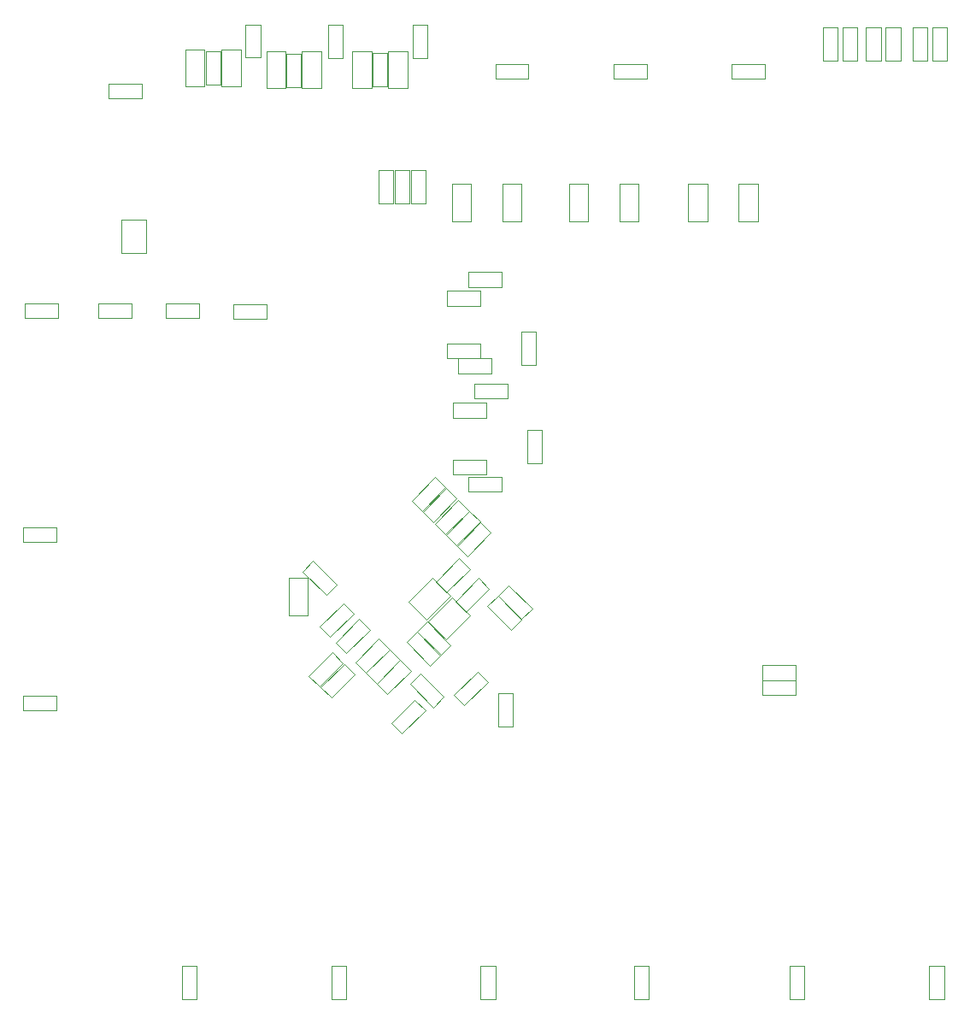
<source format=gbr>
G04 #@! TF.GenerationSoftware,KiCad,Pcbnew,5.1.2-f72e74a~84~ubuntu18.04.1*
G04 #@! TF.CreationDate,2019-05-06T19:36:47+08:00*
G04 #@! TF.ProjectId,printer-board,7072696e-7465-4722-9d62-6f6172642e6b,rev?*
G04 #@! TF.SameCoordinates,Original*
G04 #@! TF.FileFunction,Other,User*
%FSLAX46Y46*%
G04 Gerber Fmt 4.6, Leading zero omitted, Abs format (unit mm)*
G04 Created by KiCad (PCBNEW 5.1.2-f72e74a~84~ubuntu18.04.1) date 2019-05-06 19:36:47*
%MOMM*%
%LPD*%
G04 APERTURE LIST*
%ADD10C,0.050000*%
G04 APERTURE END LIST*
D10*
X37634638Y-64593586D02*
X35301186Y-66927038D01*
X38667014Y-65625962D02*
X37634638Y-64593586D01*
X36333562Y-67959414D02*
X38667014Y-65625962D01*
X35301186Y-66927038D02*
X36333562Y-67959414D01*
X37500000Y-5300000D02*
X37500000Y-9000000D01*
X39400000Y-5300000D02*
X37500000Y-5300000D01*
X39400000Y-9000000D02*
X39400000Y-5300000D01*
X37500000Y-9000000D02*
X39400000Y-9000000D01*
X29521615Y-61200000D02*
X29521615Y-57500000D01*
X27621615Y-61200000D02*
X29521615Y-61200000D01*
X27621615Y-57500000D02*
X27621615Y-61200000D01*
X29521615Y-57500000D02*
X27621615Y-57500000D01*
X45324462Y-55357914D02*
X47657914Y-53024462D01*
X44292086Y-54325538D02*
X45324462Y-55357914D01*
X46625538Y-51992086D02*
X44292086Y-54325538D01*
X47657914Y-53024462D02*
X46625538Y-51992086D01*
X46050000Y-39729999D02*
X49350000Y-39729999D01*
X46050000Y-38269999D02*
X46050000Y-39729999D01*
X49350000Y-38269999D02*
X46050000Y-38269999D01*
X49350000Y-39729999D02*
X49350000Y-38269999D01*
X52730000Y-46150000D02*
X52730000Y-42850000D01*
X51270000Y-46150000D02*
X52730000Y-46150000D01*
X51270000Y-42850000D02*
X51270000Y-46150000D01*
X52730000Y-42850000D02*
X51270000Y-42850000D01*
X43950000Y-47230000D02*
X47250000Y-47230000D01*
X43950000Y-45770000D02*
X43950000Y-47230000D01*
X47250000Y-45770000D02*
X43950000Y-45770000D01*
X47250000Y-47230000D02*
X47250000Y-45770000D01*
X47250000Y-40170000D02*
X43950000Y-40170000D01*
X47250000Y-41630000D02*
X47250000Y-40170000D01*
X43950000Y-41630000D02*
X47250000Y-41630000D01*
X43950000Y-40170000D02*
X43950000Y-41630000D01*
X48750000Y-47470000D02*
X45450000Y-47470000D01*
X48750000Y-48930000D02*
X48750000Y-47470000D01*
X45450000Y-48930000D02*
X48750000Y-48930000D01*
X45450000Y-47470000D02*
X45450000Y-48930000D01*
X45450000Y-28680000D02*
X48750000Y-28680000D01*
X45450000Y-27220000D02*
X45450000Y-28680000D01*
X48750000Y-27220000D02*
X45450000Y-27220000D01*
X48750000Y-28680000D02*
X48750000Y-27220000D01*
X52130000Y-36450000D02*
X52130000Y-33150000D01*
X50670000Y-36450000D02*
X52130000Y-36450000D01*
X50670000Y-33150000D02*
X50670000Y-36450000D01*
X52130000Y-33150000D02*
X50670000Y-33150000D01*
X43350000Y-35730000D02*
X46650000Y-35730000D01*
X43350000Y-34270000D02*
X43350000Y-35730000D01*
X46650000Y-34270000D02*
X43350000Y-34270000D01*
X46650000Y-35730000D02*
X46650000Y-34270000D01*
X46650000Y-29070001D02*
X43350000Y-29070001D01*
X46650000Y-30530001D02*
X46650000Y-29070001D01*
X43350000Y-30530001D02*
X46650000Y-30530001D01*
X43350000Y-29070001D02*
X43350000Y-30530001D01*
X47750000Y-35770001D02*
X44450000Y-35770001D01*
X47750000Y-37230001D02*
X47750000Y-35770001D01*
X44450000Y-37230001D02*
X47750000Y-37230001D01*
X44450000Y-35770001D02*
X44450000Y-37230001D01*
X42117086Y-52150538D02*
X43149462Y-53182914D01*
X43149462Y-53182914D02*
X45482914Y-50849462D01*
X45482914Y-50849462D02*
X44450538Y-49817086D01*
X44450538Y-49817086D02*
X42117086Y-52150538D01*
X43217086Y-53250538D02*
X44249462Y-54282914D01*
X44249462Y-54282914D02*
X46582914Y-51949462D01*
X46582914Y-51949462D02*
X45550538Y-50917086D01*
X45550538Y-50917086D02*
X43217086Y-53250538D01*
X42682914Y-65150538D02*
X40349462Y-62817086D01*
X41650538Y-66182914D02*
X42682914Y-65150538D01*
X39317086Y-63849462D02*
X41650538Y-66182914D01*
X40349462Y-62817086D02*
X39317086Y-63849462D01*
X41349462Y-61817086D02*
X40317086Y-62849462D01*
X40317086Y-62849462D02*
X42650538Y-65182914D01*
X42650538Y-65182914D02*
X43682914Y-64150538D01*
X43682914Y-64150538D02*
X41349462Y-61817086D01*
X34240586Y-65866438D02*
X35272962Y-66898814D01*
X35272962Y-66898814D02*
X37606414Y-64565362D01*
X37606414Y-64565362D02*
X36574038Y-63532986D01*
X36574038Y-63532986D02*
X34240586Y-65866438D01*
X44140086Y-59856038D02*
X45172462Y-60888414D01*
X45172462Y-60888414D02*
X47505914Y-58554962D01*
X47505914Y-58554962D02*
X46473538Y-57522586D01*
X46473538Y-57522586D02*
X44140086Y-59856038D01*
X44528938Y-55577986D02*
X42195486Y-57911438D01*
X45561314Y-56610362D02*
X44528938Y-55577986D01*
X43227862Y-58943814D02*
X45561314Y-56610362D01*
X42195486Y-57911438D02*
X43227862Y-58943814D01*
X34629438Y-61588386D02*
X32295986Y-63921838D01*
X35661814Y-62620762D02*
X34629438Y-61588386D01*
X33328362Y-64954214D02*
X35661814Y-62620762D01*
X32295986Y-63921838D02*
X33328362Y-64954214D01*
X41984438Y-70327214D02*
X43016814Y-69294838D01*
X43016814Y-69294838D02*
X40683362Y-66961386D01*
X40683362Y-66961386D02*
X39650986Y-67993762D01*
X39650986Y-67993762D02*
X41984438Y-70327214D01*
X32391514Y-58176638D02*
X30058062Y-55843186D01*
X31359138Y-59209014D02*
X32391514Y-58176638D01*
X29025686Y-56875562D02*
X31359138Y-59209014D01*
X30058062Y-55843186D02*
X29025686Y-56875562D01*
X50716138Y-61595514D02*
X51748514Y-60563138D01*
X51748514Y-60563138D02*
X49415062Y-58229686D01*
X49415062Y-58229686D02*
X48382686Y-59262062D01*
X48382686Y-59262062D02*
X50716138Y-61595514D01*
X40849462Y-50882914D02*
X43182914Y-48549462D01*
X39817086Y-49850538D02*
X40849462Y-50882914D01*
X42150538Y-47517086D02*
X39817086Y-49850538D01*
X43182914Y-48549462D02*
X42150538Y-47517086D01*
X50687914Y-61623738D02*
X48354462Y-59290286D01*
X49655538Y-62656114D02*
X50687914Y-61623738D01*
X47322086Y-60322662D02*
X49655538Y-62656114D01*
X48354462Y-59290286D02*
X47322086Y-60322662D01*
X40917086Y-50950538D02*
X41949462Y-51982914D01*
X41949462Y-51982914D02*
X44282914Y-49649462D01*
X44282914Y-49649462D02*
X43250538Y-48617086D01*
X43250538Y-48617086D02*
X40917086Y-50950538D01*
X46337438Y-66779086D02*
X44003986Y-69112538D01*
X47369814Y-67811462D02*
X46337438Y-66779086D01*
X45036362Y-70144914D02*
X47369814Y-67811462D01*
X44003986Y-69112538D02*
X45036362Y-70144914D01*
X33150538Y-66017086D02*
X30817086Y-68350538D01*
X34182914Y-67049462D02*
X33150538Y-66017086D01*
X31849462Y-69382914D02*
X34182914Y-67049462D01*
X30817086Y-68350538D02*
X31849462Y-69382914D01*
X34070814Y-61029762D02*
X33038438Y-59997386D01*
X33038438Y-59997386D02*
X30704986Y-62330838D01*
X30704986Y-62330838D02*
X31737362Y-63363214D01*
X31737362Y-63363214D02*
X34070814Y-61029762D01*
X31969256Y-64898368D02*
X29635804Y-67231820D01*
X33001632Y-65930744D02*
X31969256Y-64898368D01*
X30668180Y-68264196D02*
X33001632Y-65930744D01*
X29635804Y-67231820D02*
X30668180Y-68264196D01*
X37801186Y-71894538D02*
X38833562Y-72926914D01*
X38833562Y-72926914D02*
X41167014Y-70593462D01*
X41167014Y-70593462D02*
X40134638Y-69561086D01*
X40134638Y-69561086D02*
X37801186Y-71894538D01*
X43807743Y-59452990D02*
X41474290Y-61786443D01*
X43807743Y-59452990D02*
X45575510Y-61220757D01*
X43242057Y-63554210D02*
X41474290Y-61786443D01*
X43242057Y-63554210D02*
X45575510Y-61220757D01*
X41863143Y-57508390D02*
X39529690Y-59841843D01*
X41863143Y-57508390D02*
X43630910Y-59276157D01*
X41297457Y-61609610D02*
X39529690Y-59841843D01*
X41297457Y-61609610D02*
X43630910Y-59276157D01*
X36361886Y-67987738D02*
X37394262Y-69020114D01*
X37394262Y-69020114D02*
X39727714Y-66686662D01*
X39727714Y-66686662D02*
X38695338Y-65654286D01*
X38695338Y-65654286D02*
X36361886Y-67987738D01*
X74550000Y-67630000D02*
X77850000Y-67630000D01*
X74550000Y-66170000D02*
X74550000Y-67630000D01*
X77850000Y-66170000D02*
X74550000Y-66170000D01*
X77850000Y-67630000D02*
X77850000Y-66170000D01*
X77850000Y-69130000D02*
X77850000Y-67670000D01*
X77850000Y-67670000D02*
X74550000Y-67670000D01*
X74550000Y-67670000D02*
X74550000Y-69130000D01*
X74550000Y-69130000D02*
X77850000Y-69130000D01*
X48357867Y-68944975D02*
X48357867Y-72244975D01*
X49817867Y-68944975D02*
X48357867Y-68944975D01*
X49817867Y-72244975D02*
X49817867Y-68944975D01*
X48357867Y-72244975D02*
X49817867Y-72244975D01*
X92565000Y-99250000D02*
X92565000Y-95950000D01*
X91105000Y-99250000D02*
X92565000Y-99250000D01*
X91105000Y-95950000D02*
X91105000Y-99250000D01*
X92565000Y-95950000D02*
X91105000Y-95950000D01*
X78685000Y-99250000D02*
X78685000Y-95950000D01*
X77225000Y-99250000D02*
X78685000Y-99250000D01*
X77225000Y-95950000D02*
X77225000Y-99250000D01*
X78685000Y-95950000D02*
X77225000Y-95950000D01*
X63280000Y-99250000D02*
X63280000Y-95950000D01*
X61820000Y-99250000D02*
X63280000Y-99250000D01*
X61820000Y-95950000D02*
X61820000Y-99250000D01*
X63280000Y-95950000D02*
X61820000Y-95950000D01*
X48100000Y-95950000D02*
X46640000Y-95950000D01*
X46640000Y-95950000D02*
X46640000Y-99250000D01*
X46640000Y-99250000D02*
X48100000Y-99250000D01*
X48100000Y-99250000D02*
X48100000Y-95950000D01*
X33330000Y-95950000D02*
X31870000Y-95950000D01*
X31870000Y-95950000D02*
X31870000Y-99250000D01*
X31870000Y-99250000D02*
X33330000Y-99250000D01*
X33330000Y-99250000D02*
X33330000Y-95950000D01*
X18530000Y-95950000D02*
X17070000Y-95950000D01*
X17070000Y-95950000D02*
X17070000Y-99250000D01*
X17070000Y-99250000D02*
X18530000Y-99250000D01*
X18530000Y-99250000D02*
X18530000Y-95950000D01*
X1350000Y-69170000D02*
X1350000Y-70630000D01*
X1350000Y-70630000D02*
X4650000Y-70630000D01*
X4650000Y-70630000D02*
X4650000Y-69170000D01*
X4650000Y-69170000D02*
X1350000Y-69170000D01*
X1350000Y-53930000D02*
X4650000Y-53930000D01*
X1350000Y-52470000D02*
X1350000Y-53930000D01*
X4650000Y-52470000D02*
X1350000Y-52470000D01*
X4650000Y-53930000D02*
X4650000Y-52470000D01*
X48100000Y-8030000D02*
X51400000Y-8030000D01*
X48100000Y-6570000D02*
X48100000Y-8030000D01*
X51400000Y-6570000D02*
X48100000Y-6570000D01*
X51400000Y-8030000D02*
X51400000Y-6570000D01*
X48800000Y-22150000D02*
X50700000Y-22150000D01*
X50700000Y-22150000D02*
X50700000Y-18450000D01*
X50700000Y-18450000D02*
X48800000Y-18450000D01*
X48800000Y-18450000D02*
X48800000Y-22150000D01*
X43800000Y-22150000D02*
X45700000Y-22150000D01*
X45700000Y-22150000D02*
X45700000Y-18450000D01*
X45700000Y-18450000D02*
X43800000Y-18450000D01*
X43800000Y-18450000D02*
X43800000Y-22150000D01*
X63125000Y-8030000D02*
X63125000Y-6570000D01*
X63125000Y-6570000D02*
X59825000Y-6570000D01*
X59825000Y-6570000D02*
X59825000Y-8030000D01*
X59825000Y-8030000D02*
X63125000Y-8030000D01*
X60400000Y-18450000D02*
X60400000Y-22150000D01*
X62300000Y-18450000D02*
X60400000Y-18450000D01*
X62300000Y-22150000D02*
X62300000Y-18450000D01*
X60400000Y-22150000D02*
X62300000Y-22150000D01*
X55400000Y-22150000D02*
X57300000Y-22150000D01*
X57300000Y-22150000D02*
X57300000Y-18450000D01*
X57300000Y-18450000D02*
X55400000Y-18450000D01*
X55400000Y-18450000D02*
X55400000Y-22150000D01*
X71500000Y-8030000D02*
X74800000Y-8030000D01*
X71500000Y-6570000D02*
X71500000Y-8030000D01*
X74800000Y-6570000D02*
X71500000Y-6570000D01*
X74800000Y-8030000D02*
X74800000Y-6570000D01*
X72200000Y-18450000D02*
X72200000Y-22150000D01*
X74100000Y-18450000D02*
X72200000Y-18450000D01*
X74100000Y-22150000D02*
X74100000Y-18450000D01*
X72200000Y-22150000D02*
X74100000Y-22150000D01*
X67200000Y-22150000D02*
X69100000Y-22150000D01*
X69100000Y-22150000D02*
X69100000Y-18450000D01*
X69100000Y-18450000D02*
X67200000Y-18450000D01*
X67200000Y-18450000D02*
X67200000Y-22150000D01*
X8750000Y-31780000D02*
X12050000Y-31780000D01*
X8750000Y-30320000D02*
X8750000Y-31780000D01*
X12050000Y-30320000D02*
X8750000Y-30320000D01*
X12050000Y-31780000D02*
X12050000Y-30320000D01*
X25456575Y-31836638D02*
X25456575Y-30376638D01*
X25456575Y-30376638D02*
X22156575Y-30376638D01*
X22156575Y-30376638D02*
X22156575Y-31836638D01*
X22156575Y-31836638D02*
X25456575Y-31836638D01*
X39605000Y-20450000D02*
X39605000Y-17150000D01*
X38145000Y-20450000D02*
X39605000Y-20450000D01*
X38145000Y-17150000D02*
X38145000Y-20450000D01*
X39605000Y-17150000D02*
X38145000Y-17150000D01*
X1500000Y-31780000D02*
X4800000Y-31780000D01*
X1500000Y-30320000D02*
X1500000Y-31780000D01*
X4800000Y-30320000D02*
X1500000Y-30320000D01*
X4800000Y-31780000D02*
X4800000Y-30320000D01*
X18800000Y-31780000D02*
X18800000Y-30320000D01*
X18800000Y-30320000D02*
X15500000Y-30320000D01*
X15500000Y-30320000D02*
X15500000Y-31780000D01*
X15500000Y-31780000D02*
X18800000Y-31780000D01*
X36520000Y-17150000D02*
X36520000Y-20450000D01*
X37980000Y-17150000D02*
X36520000Y-17150000D01*
X37980000Y-20450000D02*
X37980000Y-17150000D01*
X36520000Y-20450000D02*
X37980000Y-20450000D01*
X41230000Y-17150000D02*
X39770000Y-17150000D01*
X39770000Y-17150000D02*
X39770000Y-20450000D01*
X39770000Y-20450000D02*
X41230000Y-20450000D01*
X41230000Y-20450000D02*
X41230000Y-17150000D01*
X23370000Y-2675000D02*
X23370000Y-5975000D01*
X24830000Y-2675000D02*
X23370000Y-2675000D01*
X24830000Y-5975000D02*
X24830000Y-2675000D01*
X23370000Y-5975000D02*
X24830000Y-5975000D01*
X20880000Y-5350000D02*
X19420000Y-5350000D01*
X19420000Y-5350000D02*
X19420000Y-8650000D01*
X19420000Y-8650000D02*
X20880000Y-8650000D01*
X20880000Y-8650000D02*
X20880000Y-5350000D01*
X17400000Y-5150000D02*
X17400000Y-8850000D01*
X19300000Y-5150000D02*
X17400000Y-5150000D01*
X19300000Y-8850000D02*
X19300000Y-5150000D01*
X17400000Y-8850000D02*
X19300000Y-8850000D01*
X21000000Y-8850000D02*
X22900000Y-8850000D01*
X22900000Y-8850000D02*
X22900000Y-5150000D01*
X22900000Y-5150000D02*
X21000000Y-5150000D01*
X21000000Y-5150000D02*
X21000000Y-8850000D01*
X31545000Y-6050000D02*
X33005000Y-6050000D01*
X33005000Y-6050000D02*
X33005000Y-2750000D01*
X33005000Y-2750000D02*
X31545000Y-2750000D01*
X31545000Y-2750000D02*
X31545000Y-6050000D01*
X28880000Y-5625000D02*
X27420000Y-5625000D01*
X27420000Y-5625000D02*
X27420000Y-8925000D01*
X27420000Y-8925000D02*
X28880000Y-8925000D01*
X28880000Y-8925000D02*
X28880000Y-5625000D01*
X28950000Y-5300000D02*
X28950000Y-9000000D01*
X30850000Y-5300000D02*
X28950000Y-5300000D01*
X30850000Y-9000000D02*
X30850000Y-5300000D01*
X28950000Y-9000000D02*
X30850000Y-9000000D01*
X25450000Y-9000000D02*
X27350000Y-9000000D01*
X27350000Y-9000000D02*
X27350000Y-5300000D01*
X27350000Y-5300000D02*
X25450000Y-5300000D01*
X25450000Y-5300000D02*
X25450000Y-9000000D01*
X37380000Y-5500000D02*
X35920000Y-5500000D01*
X35920000Y-5500000D02*
X35920000Y-8800000D01*
X35920000Y-8800000D02*
X37380000Y-8800000D01*
X37380000Y-8800000D02*
X37380000Y-5500000D01*
X39920000Y-2750000D02*
X39920000Y-6050000D01*
X41380000Y-2750000D02*
X39920000Y-2750000D01*
X41380000Y-6050000D02*
X41380000Y-2750000D01*
X39920000Y-6050000D02*
X41380000Y-6050000D01*
X33950000Y-5300000D02*
X33950000Y-9000000D01*
X35850000Y-5300000D02*
X33950000Y-5300000D01*
X35850000Y-9000000D02*
X35850000Y-5300000D01*
X33950000Y-9000000D02*
X35850000Y-9000000D01*
X13550000Y-25350000D02*
X13550000Y-22050000D01*
X13550000Y-25350000D02*
X11050000Y-25350000D01*
X11050000Y-22050000D02*
X13550000Y-22050000D01*
X11050000Y-22050000D02*
X11050000Y-25350000D01*
X13050000Y-10030000D02*
X13050000Y-8570000D01*
X13050000Y-8570000D02*
X9750000Y-8570000D01*
X9750000Y-8570000D02*
X9750000Y-10030000D01*
X9750000Y-10030000D02*
X13050000Y-10030000D01*
X91410000Y-3000000D02*
X91410000Y-6300000D01*
X92870000Y-3000000D02*
X91410000Y-3000000D01*
X92870000Y-6300000D02*
X92870000Y-3000000D01*
X91410000Y-6300000D02*
X92870000Y-6300000D01*
X89420000Y-3000000D02*
X89420000Y-6300000D01*
X90880000Y-3000000D02*
X89420000Y-3000000D01*
X90880000Y-6300000D02*
X90880000Y-3000000D01*
X89420000Y-6300000D02*
X90880000Y-6300000D01*
X86780000Y-2990000D02*
X86780000Y-6290000D01*
X88240000Y-2990000D02*
X86780000Y-2990000D01*
X88240000Y-6290000D02*
X88240000Y-2990000D01*
X86780000Y-6290000D02*
X88240000Y-6290000D01*
X84830000Y-2990000D02*
X84830000Y-6290000D01*
X86290000Y-2990000D02*
X84830000Y-2990000D01*
X86290000Y-6290000D02*
X86290000Y-2990000D01*
X84830000Y-6290000D02*
X86290000Y-6290000D01*
X82490000Y-2980000D02*
X82490000Y-6280000D01*
X83950000Y-2980000D02*
X82490000Y-2980000D01*
X83950000Y-6280000D02*
X83950000Y-2980000D01*
X82490000Y-6280000D02*
X83950000Y-6280000D01*
X80540000Y-2980000D02*
X80540000Y-6280000D01*
X82000000Y-2980000D02*
X80540000Y-2980000D01*
X82000000Y-6280000D02*
X82000000Y-2980000D01*
X80540000Y-6280000D02*
X82000000Y-6280000D01*
M02*

</source>
